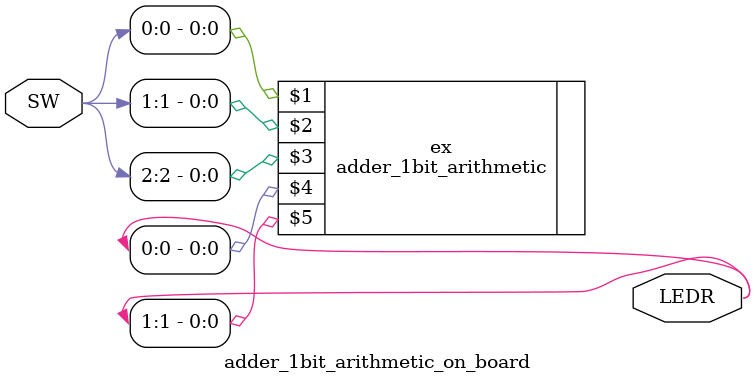
<source format=v>
module adder_1bit_arithmetic_on_board(
	input [0:2] SW, 
	output [0:1] LEDR);
	
	adder_1bit_arithmetic ex(SW[0], SW[1], SW[2], LEDR[0], LEDR[1]);
	
endmodule

</source>
